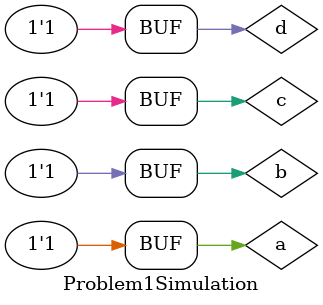
<source format=v>
`timescale 1ns / 1ps


module Problem1Simulation();
    reg a;
    reg b;
    reg c;
    reg d;
    
    wire x;
    wire y;
        
    Problem1Module UUT(
        .a(a),
        .b(b),
        .c(c),
        .d(d),
        .x(x),
        .y(y)
    );
    
    initial begin
        a=0;
        b=0;
        c=0;
        d=0;
        #10;
        
        a=0;
        b=0;
        c=0;
        d=1;
        #10;
        
        a=0;
        b=0;
        c=1;
        d=0;
        #10;
        
        a=0;
        b=0;
        c=1;
        d=1;
        #10;
        
        a=0;
        b=1;
        c=0;
        d=0;
        #10;
        
        a=0;
        b=1;
        c=0;
        d=1;
        #10;
        
        a=0;
        b=1;
        c=1;
        d=0;
        #10;
        
        a=0;
        b=1;
        c=1;
        d=1;
        #10;
        
        a=1;
        b=0;
        c=0;
        d=0;
        #10;
        
        a=1;
        b=0;
        c=0;
        d=1;
        #10;
        
        a=1;
        b=0;
        c=1;
        d=0;
        #10;
        
        a=1;
        b=0;
        c=1;
        d=1;
        #10;
        
        a=1;
        b=1;
        c=0;
        d=0;
        #10;
        
        a=1;
        b=1;
        c=0;
        d=1;
        #10;
        
        a=1;
        b=1;
        c=1;
        d=0;
        #10;
        
        a=1;
        b=1;
        c=1;
        d=1;
    end
    
endmodule

</source>
